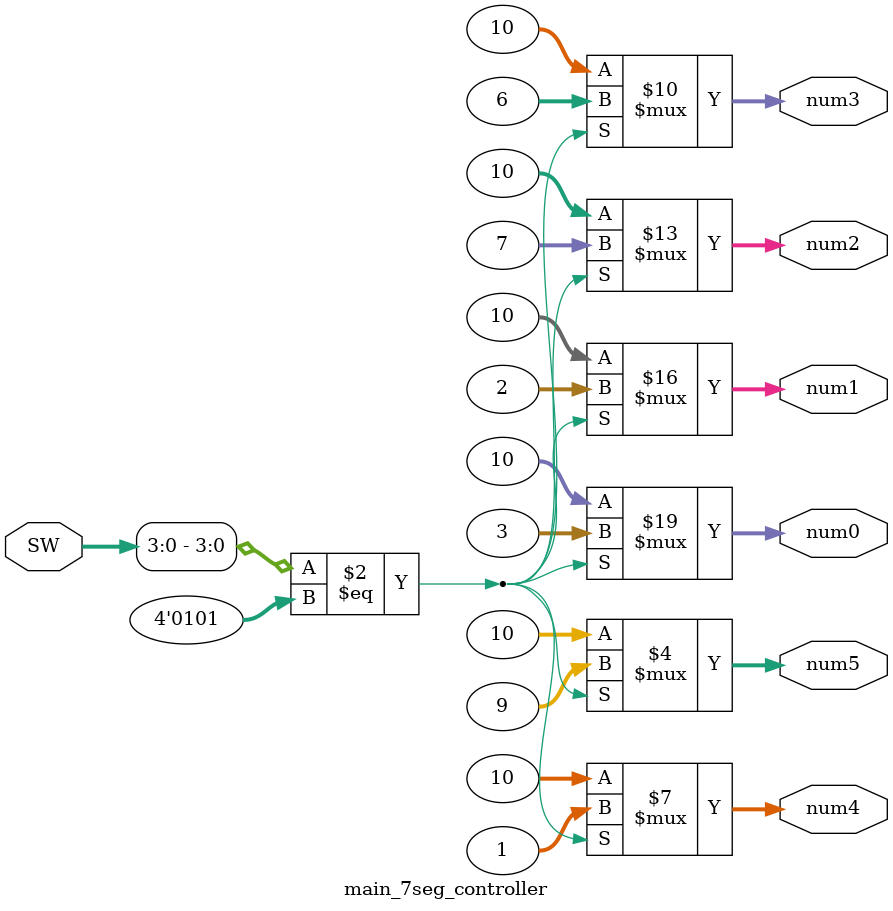
<source format=sv>
module main_7seg_controller(
	input [9:0] SW,
	
	output [31:0] num0,
	output [31:0] num1,
	output [31:0] num2,
	output [31:0] num3,
	output [31:0] num4,
	output [31:0] num5
	);
	
	always @(SW)begin
		if(SW[3:0] == 5)begin
			num0 <= 3;
			num1 <= 2;
			num2 <= 7;
			num3 <= 6;
			num4 <= 1;
			num5 <= 9;
		end
		else begin
			num0 <= 10;
			num1 <= 10;
			num2 <= 10;
			num3 <= 10;
			num4 <= 10;
			num5 <= 10;
		end
	end
endmodule

</source>
